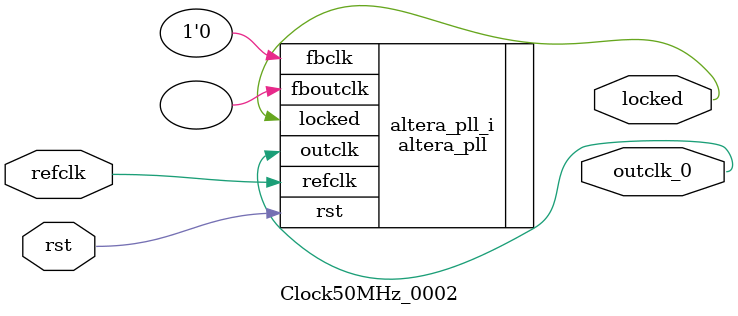
<source format=v>
`timescale 1ns/10ps
module  Clock50MHz_0002(

	// interface 'refclk'
	input wire refclk,

	// interface 'reset'
	input wire rst,

	// interface 'outclk0'
	output wire outclk_0,

	// interface 'locked'
	output wire locked
);

	altera_pll #(
		.fractional_vco_multiplier("false"),
		.reference_clock_frequency("50.0 MHz"),
		.operation_mode("direct"),
		.number_of_clocks(1),
		.output_clock_frequency0("1.171875 MHz"),
		.phase_shift0("0 ps"),
		.duty_cycle0(50),
		.output_clock_frequency1("0 MHz"),
		.phase_shift1("0 ps"),
		.duty_cycle1(50),
		.output_clock_frequency2("0 MHz"),
		.phase_shift2("0 ps"),
		.duty_cycle2(50),
		.output_clock_frequency3("0 MHz"),
		.phase_shift3("0 ps"),
		.duty_cycle3(50),
		.output_clock_frequency4("0 MHz"),
		.phase_shift4("0 ps"),
		.duty_cycle4(50),
		.output_clock_frequency5("0 MHz"),
		.phase_shift5("0 ps"),
		.duty_cycle5(50),
		.output_clock_frequency6("0 MHz"),
		.phase_shift6("0 ps"),
		.duty_cycle6(50),
		.output_clock_frequency7("0 MHz"),
		.phase_shift7("0 ps"),
		.duty_cycle7(50),
		.output_clock_frequency8("0 MHz"),
		.phase_shift8("0 ps"),
		.duty_cycle8(50),
		.output_clock_frequency9("0 MHz"),
		.phase_shift9("0 ps"),
		.duty_cycle9(50),
		.output_clock_frequency10("0 MHz"),
		.phase_shift10("0 ps"),
		.duty_cycle10(50),
		.output_clock_frequency11("0 MHz"),
		.phase_shift11("0 ps"),
		.duty_cycle11(50),
		.output_clock_frequency12("0 MHz"),
		.phase_shift12("0 ps"),
		.duty_cycle12(50),
		.output_clock_frequency13("0 MHz"),
		.phase_shift13("0 ps"),
		.duty_cycle13(50),
		.output_clock_frequency14("0 MHz"),
		.phase_shift14("0 ps"),
		.duty_cycle14(50),
		.output_clock_frequency15("0 MHz"),
		.phase_shift15("0 ps"),
		.duty_cycle15(50),
		.output_clock_frequency16("0 MHz"),
		.phase_shift16("0 ps"),
		.duty_cycle16(50),
		.output_clock_frequency17("0 MHz"),
		.phase_shift17("0 ps"),
		.duty_cycle17(50),
		.pll_type("General"),
		.pll_subtype("General")
	) altera_pll_i (
		.rst	(rst),
		.outclk	({outclk_0}),
		.locked	(locked),
		.fboutclk	( ),
		.fbclk	(1'b0),
		.refclk	(refclk)
	);
endmodule


</source>
